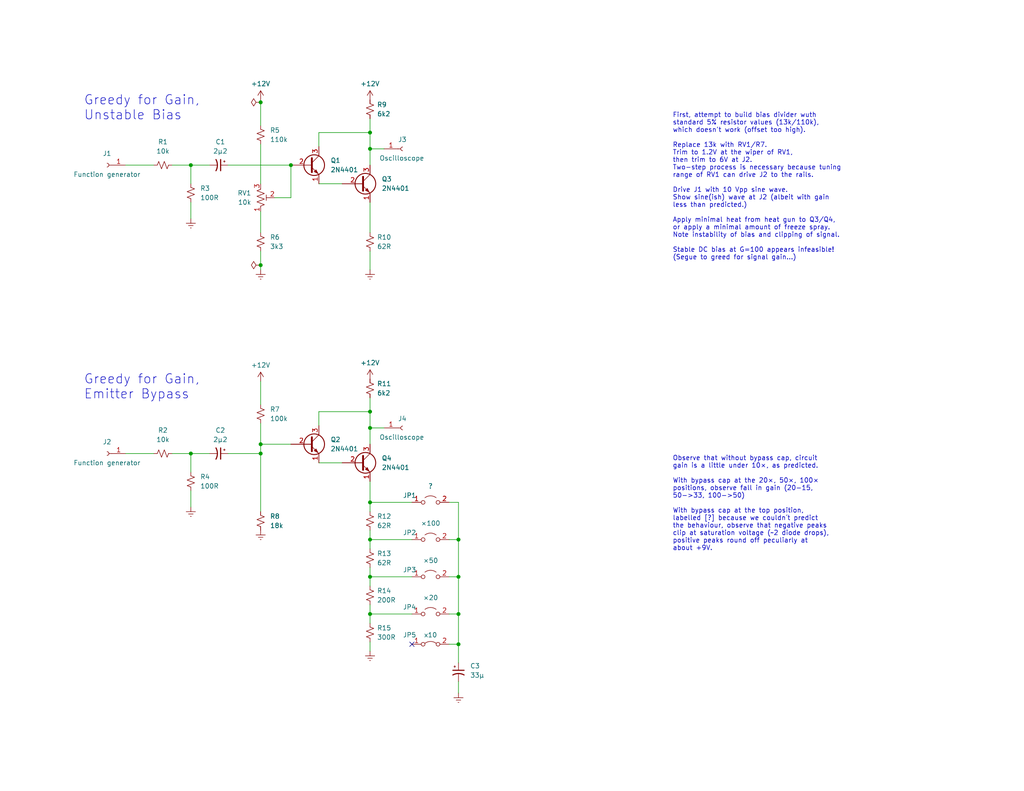
<source format=kicad_sch>
(kicad_sch (version 20230121) (generator eeschema)
  (paper "USLetter")
  (title_block (title "The Quest for More Gain") (date "2024-07-20") (rev "A") (company "Kludges from Kevin's Cave") (comment 1 "Transistors 101: Episode 9"))
  (lib_symbols
    (symbol "+12V_1" (power) (pin_names (offset 0))
      (property "Value" "+12V_1" (at 0 3.556 0))
      (symbol "+12V_1_0_1"
        (polyline (pts (xy -0.762 1.27) (xy 0 2.54)))
        (polyline (pts (xy 0 0) (xy 0 2.54)))
        (polyline (pts (xy 0 2.54) (xy 0.762 1.27)))
      )
      (symbol "+12V_1_1_1"
        (pin power_in line (at 0 0 90) (length 0) hide (name "+12V") (number "1"))
      )
    )
    (symbol "Connector:Conn_01x01_Socket" (pin_names (offset 1.016) hide)
      (property "Reference" "J" (at 0 2.54 0))
      (property "Value" "Conn_01x01_Socket" (at 0 -2.54 0))
      (symbol "Conn_01x01_Socket_1_1"
        (polyline (pts (xy -1.27 0) (xy -0.508 0)) (stroke (width 0.1524)))
        (arc (start 0 0.508) (mid -0.5058 0) (end 0 -0.508) (stroke (width 0.1524)))
        (pin passive line (at -5.08 0 0) (length 3.81) (name "Pin_1") (number "1"))
      )
    )
    (symbol "Device:C_Polarized_Small_US" (pin_numbers hide) (pin_names (offset 0.254) hide)
      (property "Reference" "C" (at 0.254 1.778 0))
      (property "Value" "C_Polarized_Small_US" (at 0.254 -2.032 0))
      (symbol "C_Polarized_Small_US_0_1"
        (polyline (pts (xy -1.524 0.508) (xy 1.524 0.508)) (stroke (width 0.3048)))
        (polyline (pts (xy -1.27 1.524) (xy -0.762 1.524)))
        (polyline (pts (xy -1.016 1.27) (xy -1.016 1.778)))
        (arc (start 1.524 -0.762) (mid 0 -0.3734) (end -1.524 -0.762) (stroke (width 0.3048)))
      )
      (symbol "C_Polarized_Small_US_1_1"
        (pin passive line (at 0 2.54 270) (length 2.032) (name "~") (number "1"))
        (pin passive line (at 0 -2.54 90) (length 2.032) (name "~") (number "2"))
      )
    )
    (symbol "Device:Q_NPN_EBC" (pin_names (offset 0) hide)
      (property "Reference" "Q" (at 5.08 1.27 0))
      (property "Value" "Q_NPN_EBC" (at 5.08 -1.27 0))
      (symbol "Q_NPN_EBC_0_1"
        (polyline (pts (xy 0.635 0.635) (xy 2.54 2.54)))
        (polyline (pts (xy 0.635 -0.635) (xy 2.54 -2.54) (xy 2.54 -2.54)))
        (polyline (pts (xy 0.635 1.905) (xy 0.635 -1.905) (xy 0.635 -1.905)) (stroke (width 0.508)))
        (polyline (pts (xy 1.27 -1.778) (xy 1.778 -1.27) (xy 2.286 -2.286) (xy 1.27 -1.778) (xy 1.27 -1.778)) (fill (type outline)))
        (circle (center 1.27 0) (radius 2.8194) (stroke (width 0.254)))
      )
      (symbol "Q_NPN_EBC_1_1"
        (pin passive line (at 2.54 -5.08 90) (length 2.54) (name "E") (number "1"))
        (pin passive line (at -5.08 0 0) (length 5.715) (name "B") (number "2"))
        (pin passive line (at 2.54 5.08 270) (length 2.54) (name "C") (number "3"))
      )
    )
    (symbol "Device:R_Potentiometer_Trim_US" (pin_names (offset 1.016) hide)
      (property "Reference" "RV" (at -4.445 0 90))
      (property "Value" "R_Potentiometer_Trim_US" (at -2.54 0 90))
      (symbol "R_Potentiometer_Trim_US_0_1"
        (polyline (pts (xy 0 -2.286) (xy 0 -2.54)))
        (polyline (pts (xy 0 2.286) (xy 0 2.54)))
        (polyline (pts (xy 1.524 0.762) (xy 1.524 -0.762)))
        (polyline (pts (xy 2.54 0) (xy 1.524 0)))
        (polyline (pts (xy 0 -0.762) (xy 1.016 -1.143) (xy 0 -1.524) (xy -1.016 -1.905) (xy 0 -2.286)))
        (polyline (pts (xy 0 0.762) (xy 1.016 0.381) (xy 0 0) (xy -1.016 -0.381) (xy 0 -0.762)))
        (polyline (pts (xy 0 2.286) (xy 1.016 1.905) (xy 0 1.524) (xy -1.016 1.143) (xy 0 0.762)))
      )
      (symbol "R_Potentiometer_Trim_US_1_1"
        (pin passive line (at 0 3.81 270) (length 1.27) (name "1") (number "1"))
        (pin passive line (at 3.81 0 180) (length 1.27) (name "2") (number "2"))
        (pin passive line (at 0 -3.81 90) (length 1.27) (name "3") (number "3"))
      )
    )
    (symbol "Device:R_Small_US" (pin_numbers hide) (pin_names (offset 0.254) hide)
      (property "Reference" "R" (at 0.762 0.508 0))
      (property "Value" "R_Small_US" (at 0.762 -1.016 0))
      (symbol "R_Small_US_1_1"
        (polyline (pts (xy 0 0) (xy 1.016 -0.381) (xy 0 -0.762) (xy -1.016 -1.143) (xy 0 -1.524)))
        (polyline (pts (xy 0 1.524) (xy 1.016 1.143) (xy 0 0.762) (xy -1.016 0.381) (xy 0 0)))
        (pin passive line (at 0 2.54 270) (length 1.016) (name "~") (number "1"))
        (pin passive line (at 0 -2.54 90) (length 1.016) (name "~") (number "2"))
      )
    )
    (symbol "Earth_1" (power) (pin_names (offset 0))
      (symbol "Earth_1_0_1"
        (polyline (pts (xy -0.635 -1.905) (xy 0.635 -1.905)))
        (polyline (pts (xy -0.127 -2.54) (xy 0.127 -2.54)))
        (polyline (pts (xy 0 -1.27) (xy 0 0)))
        (polyline (pts (xy 1.27 -1.27) (xy -1.27 -1.27)))
      )
      (symbol "Earth_1_1_1"
        (pin power_in line (at 0 0 270) (length 0) hide (name "Earth") (number "1"))
      )
    )
    (symbol "Earth_2" (power) (pin_names (offset 0))
      (symbol "Earth_2_0_1"
        (polyline (pts (xy -0.635 -1.905) (xy 0.635 -1.905)))
        (polyline (pts (xy -0.127 -2.54) (xy 0.127 -2.54)))
        (polyline (pts (xy 0 -1.27) (xy 0 0)))
        (polyline (pts (xy 1.27 -1.27) (xy -1.27 -1.27)))
      )
      (symbol "Earth_2_1_1"
        (pin power_in line (at 0 0 270) (length 0) hide (name "Earth") (number "1"))
      )
    )
    (symbol "Jumper:Jumper_2_Bridged" (pin_names (offset 0) hide)
      (property "Reference" "JP" (at 0 1.905 0))
      (property "Value" "Jumper_2_Bridged" (at 0 -2.54 0))
      (symbol "Jumper_2_Bridged_0_0"
        (circle (center -2.032 0) (radius 0.508))
        (circle (center 2.032 0) (radius 0.508))
      )
      (symbol "Jumper_2_Bridged_0_1"
        (arc (start 1.524 0.254) (mid 0 0.762) (end -1.524 0.254))
      )
      (symbol "Jumper_2_Bridged_1_1"
        (pin passive line (at -5.08 0 0) (length 2.54) (name "A") (number "1"))
        (pin passive line (at 5.08 0 180) (length 2.54) (name "B") (number "2"))
      )
    )
    (symbol "Jumper:Jumper_2_Open" (pin_names (offset 0) hide)
      (property "Reference" "JP" (at 0 2.794 0))
      (property "Value" "Jumper_2_Open" (at 0 -2.286 0))
      (symbol "Jumper_2_Open_0_0"
        (circle (center -2.032 0) (radius 0.508))
        (circle (center 2.032 0) (radius 0.508))
      )
      (symbol "Jumper_2_Open_0_1"
        (arc (start 1.524 1.27) (mid 0 1.778) (end -1.524 1.27))
      )
      (symbol "Jumper_2_Open_1_1"
        (pin passive line (at -5.08 0 0) (length 2.54) (name "A") (number "1"))
        (pin passive line (at 5.08 0 180) (length 2.54) (name "B") (number "2"))
      )
    )
    (symbol "power:Earth" (power) (pin_names (offset 0))
      (symbol "Earth_0_1"
        (polyline (pts (xy -0.635 -1.905) (xy 0.635 -1.905)))
        (polyline (pts (xy -0.127 -2.54) (xy 0.127 -2.54)))
        (polyline (pts (xy 0 -1.27) (xy 0 0)))
        (polyline (pts (xy 1.27 -1.27) (xy -1.27 -1.27)))
      )
      (symbol "Earth_1_1"
        (pin power_in line (at 0 0 270) (length 0) hide (name "Earth") (number "1"))
      )
    )
    (symbol "power:PWR_FLAG" (power) (pin_numbers hide) (pin_names (offset 0) hide)
      (property "Value" "PWR_FLAG" (at 0 3.81 0))
      (symbol "PWR_FLAG_0_0"
        (pin power_out line (at 0 0 90) (length 0) (name "pwr") (number "1"))
      )
      (symbol "PWR_FLAG_0_1"
        (polyline (pts (xy 0 0) (xy 0 1.27) (xy -1.016 1.905) (xy 0 2.54) (xy 1.016 1.905) (xy 0 1.27)))
      )
    )
  )
  (junction (at 52.07 123.825))
  (junction (at 125.095 147.32))
  (junction (at 100.965 112.395))
  (junction (at 125.095 167.64))
  (junction (at 125.095 157.48))
  (junction (at 71.12 72.39))
  (junction (at 100.965 36.195))
  (junction (at 52.07 45.085))
  (junction (at 71.12 123.825))
  (junction (at 71.12 121.285))
  (junction (at 100.965 157.48))
  (junction (at 100.965 40.64))
  (junction (at 79.375 45.085))
  (junction (at 100.965 167.64))
  (junction (at 100.965 116.84))
  (junction (at 100.965 137.16))
  (junction (at 125.095 175.895))
  (junction (at 100.965 147.32))
  (junction (at 71.12 27.94))
  (no_connect (at 112.395 175.895))
  (wire (pts (xy 100.965 36.195) (xy 100.965 40.64)))
  (wire (pts (xy 100.965 144.78) (xy 100.965 147.32)))
  (wire (pts (xy 52.07 45.085) (xy 52.07 50.165)))
  (wire (pts (xy 71.12 72.39) (xy 71.12 68.58)))
  (wire (pts (xy 100.965 131.445) (xy 100.965 137.16)))
  (wire (pts (xy 86.995 112.395) (xy 100.965 112.395)))
  (wire (pts (xy 71.12 57.785) (xy 71.12 63.5)))
  (wire (pts (xy 71.12 27.305) (xy 71.12 27.94)))
  (wire (pts (xy 100.965 40.64) (xy 104.775 40.64)))
  (wire (pts (xy 122.555 147.32) (xy 125.095 147.32)))
  (wire (pts (xy 100.965 116.84) (xy 104.775 116.84)))
  (wire (pts (xy 100.965 167.64) (xy 112.395 167.64)))
  (wire (pts (xy 71.12 121.285) (xy 71.12 123.825)))
  (wire (pts (xy 79.375 45.085) (xy 79.375 53.975)))
  (wire (pts (xy 52.07 123.825) (xy 52.07 128.905)))
  (wire (pts (xy 125.095 147.32) (xy 125.095 157.48)))
  (wire (pts (xy 125.095 157.48) (xy 125.095 167.64)))
  (wire (pts (xy 125.095 186.055) (xy 125.095 189.23)))
  (wire (pts (xy 125.095 175.895) (xy 125.095 180.975)))
  (wire (pts (xy 46.99 123.825) (xy 52.07 123.825)))
  (wire (pts (xy 74.93 53.975) (xy 79.375 53.975)))
  (wire (pts (xy 122.555 167.64) (xy 125.095 167.64)))
  (wire (pts (xy 71.12 121.285) (xy 79.375 121.285)))
  (wire (pts (xy 62.23 123.825) (xy 71.12 123.825)))
  (wire (pts (xy 100.965 112.395) (xy 100.965 116.84)))
  (wire (pts (xy 34.29 123.825) (xy 41.91 123.825)))
  (wire (pts (xy 100.965 157.48) (xy 112.395 157.48)))
  (wire (pts (xy 71.12 73.66) (xy 71.12 72.39)))
  (wire (pts (xy 125.095 167.64) (xy 125.095 175.895)))
  (wire (pts (xy 122.555 157.48) (xy 125.095 157.48)))
  (wire (pts (xy 86.995 116.205) (xy 86.995 112.395)))
  (wire (pts (xy 100.965 147.32) (xy 112.395 147.32)))
  (wire (pts (xy 100.965 167.64) (xy 100.965 170.18)))
  (wire (pts (xy 122.555 137.16) (xy 125.095 137.16)))
  (wire (pts (xy 100.965 147.32) (xy 100.965 149.86)))
  (wire (pts (xy 62.23 45.085) (xy 79.375 45.085)))
  (wire (pts (xy 100.965 165.1) (xy 100.965 167.64)))
  (wire (pts (xy 86.995 50.165) (xy 93.345 50.165)))
  (wire (pts (xy 34.29 45.085) (xy 41.91 45.085)))
  (wire (pts (xy 100.965 157.48) (xy 100.965 160.02)))
  (wire (pts (xy 100.965 73.66) (xy 100.965 68.58)))
  (wire (pts (xy 52.07 45.085) (xy 57.15 45.085)))
  (wire (pts (xy 100.965 40.64) (xy 100.965 45.085)))
  (wire (pts (xy 86.995 126.365) (xy 93.345 126.365)))
  (wire (pts (xy 100.965 32.385) (xy 100.965 36.195)))
  (wire (pts (xy 86.995 40.005) (xy 86.995 36.195)))
  (wire (pts (xy 52.07 133.985) (xy 52.07 138.43)))
  (wire (pts (xy 100.965 116.84) (xy 100.965 121.285)))
  (wire (pts (xy 100.965 175.26) (xy 100.965 177.8)))
  (wire (pts (xy 86.995 36.195) (xy 100.965 36.195)))
  (wire (pts (xy 71.12 115.57) (xy 71.12 121.285)))
  (wire (pts (xy 52.07 123.825) (xy 57.15 123.825)))
  (wire (pts (xy 125.095 137.16) (xy 125.095 147.32)))
  (wire (pts (xy 100.965 55.245) (xy 100.965 63.5)))
  (wire (pts (xy 71.12 27.94) (xy 71.12 34.29)))
  (wire (pts (xy 71.12 104.14) (xy 71.12 110.49)))
  (wire (pts (xy 100.965 137.16) (xy 100.965 139.7)))
  (wire (pts (xy 122.555 175.895) (xy 125.095 175.895)))
  (wire (pts (xy 100.965 154.94) (xy 100.965 157.48)))
  (wire (pts (xy 46.99 45.085) (xy 52.07 45.085)))
  (wire (pts (xy 100.965 137.16) (xy 112.395 137.16)))
  (wire (pts (xy 100.965 108.585) (xy 100.965 112.395)))
  (wire (pts (xy 71.12 123.825) (xy 71.12 139.7)))
  (wire (pts (xy 52.07 55.245) (xy 52.07 59.69)))
  (wire (pts (xy 71.12 39.37) (xy 71.12 50.165)))
  (text "Greedy for Gain,\nUnstable Bias" (at 22.86 33.02 0) (effects (font (size 2.54 2.54)) (justify left bottom)))
  (text "First, attempt to build bias divider wuth\nstandard 5% resistor values (13k/110k),\nwhich doesn't work (offset too high).\n\nReplace 13k with RV1/R7.\nTrim to 1.2V at the wiper of RV1,\nthen trim to 6V at J2.\nTwo-step process is necessary because tuning\nrange of RV1 can drive J2 to the rails.\n\nDrive J1 with 10 Vpp sine wave.\nShow sine(ish) wave at J2 (albeit with gain\nless than predicted.)\n\nApply minimal heat from heat gun to Q3/Q4,\nor apply a minimal amount of freeze spray.\nNote instability of bias and clipping of signal.\n\nStable DC bias at G=100 appears infeasible!\n(Segue to greed for signal gain...)" (at 183.515 71.12 0) (effects (font (size 1.27 1.27)) (justify left bottom)))
  (text "Observe that without bypass cap, circuit\ngain is a little under 10×, as predicted.\n\nWith bypass cap at the 20×, 50×, 100×\npositions, observe fall in gain (20-15,\n50->33, 100->50)\n\nWith bypass cap at the top position,\nlabelled [?] because we couldn´t predict\nthe behaviour, observe that negative peaks\nclip at saturation voltage (~2 diode drops),\npositive peaks round off peculiarly at\nabout +9V." (at 183.515 150.495 0) (effects (font (size 1.27 1.27)) (justify left bottom)))
  (text "Greedy for Gain,\nEmitter Bypass" (at 22.86 109.22 0) (effects (font (size 2.54 2.54)) (justify left bottom)))
  (symbol (lib_name "Earth_1") (lib_id "power:Earth") (at 100.965 177.8 0) (unit 1)
    (property "Reference" "#PWR010" (effects hide))
    (property "Value" "Earth" (effects hide))
  )
  (symbol (lib_id "Device:R_Small_US") (at 44.45 123.825 90) (unit 1)
    (property "Reference" "R2" (at 44.45 117.475 90))
    (property "Value" "10k" (at 44.45 120.015 90))
  )
  (symbol (lib_id "Device:R_Small_US") (at 71.12 66.04 0) (unit 1)
    (property "Reference" "R6" (at 73.66 64.7699 0) (effects (justify left)))
    (property "Value" "3k3" (at 73.66 67.3099 0) (effects (justify left)))
  )
  (symbol (lib_name "Earth_2") (lib_id "power:Earth") (at 71.12 73.66 0) (unit 1)
    (property "Reference" "#PWR04" (effects hide))
    (property "Value" "Earth" (effects hide))
  )
  (symbol (lib_id "Device:Q_NPN_EBC") (at 84.455 45.085 0) (unit 1)
    (property "Reference" "Q1" (at 90.17 43.8149 0) (effects (justify left)))
    (property "Value" "2N4401" (at 90.17 46.3549 0) (effects (justify left)))
  )
  (symbol (lib_id "Device:R_Small_US") (at 100.965 142.24 0) (unit 1)
    (property "Reference" "R12" (at 102.87 140.9699 0) (effects (justify left)))
    (property "Value" "62R" (at 102.87 143.5099 0) (effects (justify left)))
  )
  (symbol (lib_id "Device:Q_NPN_EBC") (at 84.455 121.285 0) (unit 1)
    (property "Reference" "Q2" (at 90.17 120.0149 0) (effects (justify left)))
    (property "Value" "2N4401" (at 90.17 122.5549 0) (effects (justify left)))
  )
  (symbol (lib_name "+12V_1") (lib_id "power:+12V") (at 71.12 27.305 0) (unit 1)
    (property "Reference" "#PWR03" (effects hide))
    (property "Value" "+12V" (at 71.12 22.86 0))
  )
  (symbol (lib_id "Jumper:Jumper_2_Bridged") (at 117.475 175.895 0) (unit 1)
    (property "Reference" "JP5" (at 111.76 173.355 0))
    (property "Value" "x10" (at 117.475 173.355 0))
  )
  (symbol (lib_id "Device:R_Small_US") (at 71.12 36.83 0) (unit 1)
    (property "Reference" "R5" (at 73.66 35.5599 0) (effects (justify left)))
    (property "Value" "110k" (at 73.66 38.0999 0) (effects (justify left)))
  )
  (symbol (lib_id "power:Earth") (at 125.095 189.23 0) (unit 1)
    (property "Reference" "#PWR011" (effects hide))
    (property "Value" "Earth" (effects hide))
  )
  (symbol (lib_id "Device:R_Small_US") (at 100.965 152.4 0) (unit 1)
    (property "Reference" "R13" (at 102.87 151.1299 0) (effects (justify left)))
    (property "Value" "62R" (at 102.87 153.6699 0) (effects (justify left)))
  )
  (symbol (lib_id "power:PWR_FLAG") (at 71.12 27.94 90) (unit 1)
    (property "Reference" "#FLG01" (effects hide))
    (property "Value" "PWR_FLAG" (effects hide))
  )
  (symbol (lib_id "Device:C_Polarized_Small_US") (at 59.69 45.085 270) (unit 1)
    (property "Reference" "C1" (at 60.1218 38.735 90))
    (property "Value" "2µ2" (at 60.1218 41.275 90))
  )
  (symbol (lib_id "Device:R_Small_US") (at 100.965 66.04 0) (unit 1)
    (property "Reference" "R10" (at 102.87 64.7699 0) (effects (justify left)))
    (property "Value" "62R" (at 102.87 67.3099 0) (effects (justify left)))
  )
  (symbol (lib_name "Earth_1") (lib_id "power:Earth") (at 52.07 138.43 0) (unit 1)
    (property "Reference" "#PWR02" (effects hide))
    (property "Value" "Earth" (effects hide))
  )
  (symbol (lib_id "Connector:Conn_01x01_Socket") (at 29.21 123.825 0) (mirror y) (unit 1)
    (property "Reference" "J2" (at 29.21 120.65 0))
    (property "Value" "Function generator" (at 29.21 126.365 0))
  )
  (symbol (lib_id "Device:R_Small_US") (at 52.07 52.705 0) (unit 1)
    (property "Reference" "R3" (at 54.61 51.4349 0) (effects (justify left)))
    (property "Value" "100R" (at 54.61 53.9749 0) (effects (justify left)))
  )
  (symbol (lib_name "Earth_2") (lib_id "power:Earth") (at 100.965 73.66 0) (unit 1)
    (property "Reference" "#PWR08" (effects hide))
    (property "Value" "Earth" (effects hide))
  )
  (symbol (lib_name "Earth_2") (lib_id "power:Earth") (at 52.07 59.69 0) (unit 1)
    (property "Reference" "#PWR01" (effects hide))
    (property "Value" "Earth" (effects hide))
  )
  (symbol (lib_id "Jumper:Jumper_2_Open") (at 117.475 137.16 0) (unit 1)
    (property "Reference" "JP1" (at 111.76 135.255 0))
    (property "Value" "?" (at 117.475 132.715 0))
  )
  (symbol (lib_id "Connector:Conn_01x01_Socket") (at 29.21 45.085 0) (mirror y) (unit 1)
    (property "Reference" "J1" (at 29.21 41.91 0))
    (property "Value" "Function generator" (at 29.21 47.625 0))
  )
  (symbol (lib_id "Device:C_Polarized_Small_US") (at 125.095 183.515 0) (unit 1)
    (property "Reference" "C3" (at 128.27 181.8132 0) (effects (justify left)))
    (property "Value" "33µ" (at 128.27 184.3532 0) (effects (justify left)))
  )
  (symbol (lib_id "Device:R_Small_US") (at 71.12 113.03 0) (unit 1)
    (property "Reference" "R7" (at 73.66 111.76 0) (effects (justify left)))
    (property "Value" "100k" (at 73.66 114.3 0) (effects (justify left)))
  )
  (symbol (lib_name "+12V_1") (lib_id "power:+12V") (at 100.965 27.305 0) (unit 1)
    (property "Reference" "#PWR07" (effects hide))
    (property "Value" "+12V" (at 100.965 22.86 0))
  )
  (symbol (lib_id "Jumper:Jumper_2_Open") (at 117.475 147.32 0) (unit 1)
    (property "Reference" "JP2" (at 111.76 145.415 0))
    (property "Value" "×100" (at 117.475 142.875 0))
  )
  (symbol (lib_id "power:PWR_FLAG") (at 71.12 72.39 90) (unit 1)
    (property "Reference" "#FLG02" (effects hide))
    (property "Value" "PWR_FLAG" (effects hide))
  )
  (symbol (lib_id "Device:R_Small_US") (at 100.965 162.56 0) (unit 1)
    (property "Reference" "R14" (at 102.87 161.29 0) (effects (justify left)))
    (property "Value" "200R" (at 102.87 163.83 0) (effects (justify left)))
  )
  (symbol (lib_id "Device:C_Polarized_Small_US") (at 59.69 123.825 270) (unit 1)
    (property "Reference" "C2" (at 60.1218 117.475 90))
    (property "Value" "2µ2" (at 60.1218 120.015 90))
  )
  (symbol (lib_id "Device:R_Small_US") (at 52.07 131.445 0) (unit 1)
    (property "Reference" "R4" (at 54.61 130.1749 0) (effects (justify left)))
    (property "Value" "100R" (at 54.61 132.7149 0) (effects (justify left)))
  )
  (symbol (lib_id "Jumper:Jumper_2_Open") (at 117.475 157.48 0) (unit 1)
    (property "Reference" "JP3" (at 111.76 155.575 0))
    (property "Value" "×50" (at 117.475 153.035 0))
  )
  (symbol (lib_id "Device:R_Small_US") (at 100.965 29.845 0) (unit 1)
    (property "Reference" "R9" (at 102.87 28.5749 0) (effects (justify left)))
    (property "Value" "6k2" (at 102.87 31.1149 0) (effects (justify left)))
  )
  (symbol (lib_id "Connector:Conn_01x01_Socket") (at 109.855 40.64 0) (unit 1)
    (property "Reference" "J3" (at 108.585 38.1 0) (effects (justify left)))
    (property "Value" "Oscilloscope" (at 103.505 43.18 0) (effects (justify left)))
  )
  (symbol (lib_name "+12V_1") (lib_id "power:+12V") (at 100.965 103.505 0) (unit 1)
    (property "Reference" "#PWR09" (effects hide))
    (property "Value" "+12V" (at 100.965 99.06 0))
  )
  (symbol (lib_name "Earth_1") (lib_id "power:Earth") (at 71.12 144.78 0) (unit 1)
    (property "Reference" "#PWR06" (effects hide))
    (property "Value" "Earth" (effects hide))
  )
  (symbol (lib_id "Device:R_Small_US") (at 100.965 172.72 0) (unit 1)
    (property "Reference" "R15" (at 102.87 171.45 0) (effects (justify left)))
    (property "Value" "300R" (at 102.87 173.99 0) (effects (justify left)))
  )
  (symbol (lib_id "Device:R_Small_US") (at 44.45 45.085 90) (unit 1)
    (property "Reference" "R1" (at 44.45 38.735 90))
    (property "Value" "10k" (at 44.45 41.275 90))
  )
  (symbol (lib_id "Jumper:Jumper_2_Open") (at 117.475 167.64 0) (unit 1)
    (property "Reference" "JP4" (at 111.76 165.735 0))
    (property "Value" "×20" (at 117.475 163.195 0))
  )
  (symbol (lib_id "Connector:Conn_01x01_Socket") (at 109.855 116.84 0) (unit 1)
    (property "Reference" "J4" (at 108.585 114.3 0) (effects (justify left)))
    (property "Value" "Oscilloscope" (at 103.505 119.38 0) (effects (justify left)))
  )
  (symbol (lib_id "Device:R_Small_US") (at 100.965 106.045 0) (unit 1)
    (property "Reference" "R11" (at 102.87 104.7749 0) (effects (justify left)))
    (property "Value" "6k2" (at 102.87 107.3149 0) (effects (justify left)))
  )
  (symbol (lib_id "Device:Q_NPN_EBC") (at 98.425 126.365 0) (unit 1)
    (property "Reference" "Q4" (at 104.14 125.0949 0) (effects (justify left)))
    (property "Value" "2N4401" (at 104.14 127.6349 0) (effects (justify left)))
  )
  (symbol (lib_id "Device:R_Potentiometer_Trim_US") (at 71.12 53.975 0) (mirror x) (unit 1)
    (property "Reference" "RV1" (at 68.58 52.7049 0) (effects (justify right)))
    (property "Value" "10k" (at 68.58 55.2449 0) (effects (justify right)))
  )
  (symbol (lib_id "Device:R_Small_US") (at 71.12 142.24 0) (unit 1)
    (property "Reference" "R8" (at 73.66 140.97 0) (effects (justify left)))
    (property "Value" "18k" (at 73.66 143.51 0) (effects (justify left)))
  )
  (symbol (lib_name "+12V_1") (lib_id "power:+12V") (at 71.12 104.14 0) (unit 1)
    (property "Reference" "#PWR05" (effects hide))
    (property "Value" "+12V" (at 71.12 99.695 0))
  )
  (symbol (lib_id "Device:Q_NPN_EBC") (at 98.425 50.165 0) (unit 1)
    (property "Reference" "Q3" (at 104.14 48.8949 0) (effects (justify left)))
    (property "Value" "2N4401" (at 104.14 51.4349 0) (effects (justify left)))
  )
)
</source>
